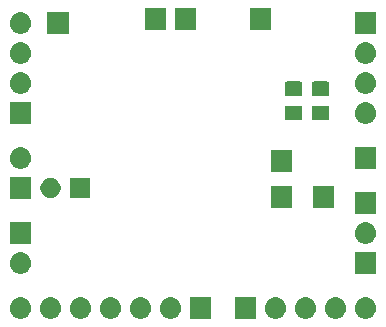
<source format=gbs>
G04 #@! TF.GenerationSoftware,KiCad,Pcbnew,5.0.2+dfsg1-1*
G04 #@! TF.CreationDate,2019-11-26T12:32:40+03:00*
G04 #@! TF.ProjectId,clmt,636c6d74-2e6b-4696-9361-645f70636258,rev?*
G04 #@! TF.SameCoordinates,Original*
G04 #@! TF.FileFunction,Soldermask,Bot*
G04 #@! TF.FilePolarity,Negative*
%FSLAX46Y46*%
G04 Gerber Fmt 4.6, Leading zero omitted, Abs format (unit mm)*
G04 Created by KiCad (PCBNEW 5.0.2+dfsg1-1) date Вт 26 ноя 2019 12:32:40*
%MOMM*%
%LPD*%
G01*
G04 APERTURE LIST*
%ADD10C,0.100000*%
G04 APERTURE END LIST*
D10*
G36*
X111870442Y-60065518D02*
X111936627Y-60072037D01*
X112049853Y-60106384D01*
X112106467Y-60123557D01*
X112245087Y-60197652D01*
X112262991Y-60207222D01*
X112298729Y-60236552D01*
X112400186Y-60319814D01*
X112483448Y-60421271D01*
X112512778Y-60457009D01*
X112512779Y-60457011D01*
X112596443Y-60613533D01*
X112596443Y-60613534D01*
X112647963Y-60783373D01*
X112665359Y-60960000D01*
X112647963Y-61136627D01*
X112613616Y-61249853D01*
X112596443Y-61306467D01*
X112522348Y-61445087D01*
X112512778Y-61462991D01*
X112483448Y-61498729D01*
X112400186Y-61600186D01*
X112298729Y-61683448D01*
X112262991Y-61712778D01*
X112262989Y-61712779D01*
X112106467Y-61796443D01*
X112049853Y-61813616D01*
X111936627Y-61847963D01*
X111870443Y-61854481D01*
X111804260Y-61861000D01*
X111715740Y-61861000D01*
X111649557Y-61854481D01*
X111583373Y-61847963D01*
X111470147Y-61813616D01*
X111413533Y-61796443D01*
X111257011Y-61712779D01*
X111257009Y-61712778D01*
X111221271Y-61683448D01*
X111119814Y-61600186D01*
X111036552Y-61498729D01*
X111007222Y-61462991D01*
X110997652Y-61445087D01*
X110923557Y-61306467D01*
X110906384Y-61249853D01*
X110872037Y-61136627D01*
X110854641Y-60960000D01*
X110872037Y-60783373D01*
X110923557Y-60613534D01*
X110923557Y-60613533D01*
X111007221Y-60457011D01*
X111007222Y-60457009D01*
X111036552Y-60421271D01*
X111119814Y-60319814D01*
X111221271Y-60236552D01*
X111257009Y-60207222D01*
X111274913Y-60197652D01*
X111413533Y-60123557D01*
X111470147Y-60106384D01*
X111583373Y-60072037D01*
X111649558Y-60065518D01*
X111715740Y-60059000D01*
X111804260Y-60059000D01*
X111870442Y-60065518D01*
X111870442Y-60065518D01*
G37*
G36*
X136000442Y-60065518D02*
X136066627Y-60072037D01*
X136179853Y-60106384D01*
X136236467Y-60123557D01*
X136375087Y-60197652D01*
X136392991Y-60207222D01*
X136428729Y-60236552D01*
X136530186Y-60319814D01*
X136613448Y-60421271D01*
X136642778Y-60457009D01*
X136642779Y-60457011D01*
X136726443Y-60613533D01*
X136726443Y-60613534D01*
X136777963Y-60783373D01*
X136795359Y-60960000D01*
X136777963Y-61136627D01*
X136743616Y-61249853D01*
X136726443Y-61306467D01*
X136652348Y-61445087D01*
X136642778Y-61462991D01*
X136613448Y-61498729D01*
X136530186Y-61600186D01*
X136428729Y-61683448D01*
X136392991Y-61712778D01*
X136392989Y-61712779D01*
X136236467Y-61796443D01*
X136179853Y-61813616D01*
X136066627Y-61847963D01*
X136000443Y-61854481D01*
X135934260Y-61861000D01*
X135845740Y-61861000D01*
X135779557Y-61854481D01*
X135713373Y-61847963D01*
X135600147Y-61813616D01*
X135543533Y-61796443D01*
X135387011Y-61712779D01*
X135387009Y-61712778D01*
X135351271Y-61683448D01*
X135249814Y-61600186D01*
X135166552Y-61498729D01*
X135137222Y-61462991D01*
X135127652Y-61445087D01*
X135053557Y-61306467D01*
X135036384Y-61249853D01*
X135002037Y-61136627D01*
X134984641Y-60960000D01*
X135002037Y-60783373D01*
X135053557Y-60613534D01*
X135053557Y-60613533D01*
X135137221Y-60457011D01*
X135137222Y-60457009D01*
X135166552Y-60421271D01*
X135249814Y-60319814D01*
X135351271Y-60236552D01*
X135387009Y-60207222D01*
X135404913Y-60197652D01*
X135543533Y-60123557D01*
X135600147Y-60106384D01*
X135713373Y-60072037D01*
X135779558Y-60065518D01*
X135845740Y-60059000D01*
X135934260Y-60059000D01*
X136000442Y-60065518D01*
X136000442Y-60065518D01*
G37*
G36*
X109330442Y-60065518D02*
X109396627Y-60072037D01*
X109509853Y-60106384D01*
X109566467Y-60123557D01*
X109705087Y-60197652D01*
X109722991Y-60207222D01*
X109758729Y-60236552D01*
X109860186Y-60319814D01*
X109943448Y-60421271D01*
X109972778Y-60457009D01*
X109972779Y-60457011D01*
X110056443Y-60613533D01*
X110056443Y-60613534D01*
X110107963Y-60783373D01*
X110125359Y-60960000D01*
X110107963Y-61136627D01*
X110073616Y-61249853D01*
X110056443Y-61306467D01*
X109982348Y-61445087D01*
X109972778Y-61462991D01*
X109943448Y-61498729D01*
X109860186Y-61600186D01*
X109758729Y-61683448D01*
X109722991Y-61712778D01*
X109722989Y-61712779D01*
X109566467Y-61796443D01*
X109509853Y-61813616D01*
X109396627Y-61847963D01*
X109330443Y-61854481D01*
X109264260Y-61861000D01*
X109175740Y-61861000D01*
X109109557Y-61854481D01*
X109043373Y-61847963D01*
X108930147Y-61813616D01*
X108873533Y-61796443D01*
X108717011Y-61712779D01*
X108717009Y-61712778D01*
X108681271Y-61683448D01*
X108579814Y-61600186D01*
X108496552Y-61498729D01*
X108467222Y-61462991D01*
X108457652Y-61445087D01*
X108383557Y-61306467D01*
X108366384Y-61249853D01*
X108332037Y-61136627D01*
X108314641Y-60960000D01*
X108332037Y-60783373D01*
X108383557Y-60613534D01*
X108383557Y-60613533D01*
X108467221Y-60457011D01*
X108467222Y-60457009D01*
X108496552Y-60421271D01*
X108579814Y-60319814D01*
X108681271Y-60236552D01*
X108717009Y-60207222D01*
X108734913Y-60197652D01*
X108873533Y-60123557D01*
X108930147Y-60106384D01*
X109043373Y-60072037D01*
X109109558Y-60065518D01*
X109175740Y-60059000D01*
X109264260Y-60059000D01*
X109330442Y-60065518D01*
X109330442Y-60065518D01*
G37*
G36*
X114410442Y-60065518D02*
X114476627Y-60072037D01*
X114589853Y-60106384D01*
X114646467Y-60123557D01*
X114785087Y-60197652D01*
X114802991Y-60207222D01*
X114838729Y-60236552D01*
X114940186Y-60319814D01*
X115023448Y-60421271D01*
X115052778Y-60457009D01*
X115052779Y-60457011D01*
X115136443Y-60613533D01*
X115136443Y-60613534D01*
X115187963Y-60783373D01*
X115205359Y-60960000D01*
X115187963Y-61136627D01*
X115153616Y-61249853D01*
X115136443Y-61306467D01*
X115062348Y-61445087D01*
X115052778Y-61462991D01*
X115023448Y-61498729D01*
X114940186Y-61600186D01*
X114838729Y-61683448D01*
X114802991Y-61712778D01*
X114802989Y-61712779D01*
X114646467Y-61796443D01*
X114589853Y-61813616D01*
X114476627Y-61847963D01*
X114410443Y-61854481D01*
X114344260Y-61861000D01*
X114255740Y-61861000D01*
X114189557Y-61854481D01*
X114123373Y-61847963D01*
X114010147Y-61813616D01*
X113953533Y-61796443D01*
X113797011Y-61712779D01*
X113797009Y-61712778D01*
X113761271Y-61683448D01*
X113659814Y-61600186D01*
X113576552Y-61498729D01*
X113547222Y-61462991D01*
X113537652Y-61445087D01*
X113463557Y-61306467D01*
X113446384Y-61249853D01*
X113412037Y-61136627D01*
X113394641Y-60960000D01*
X113412037Y-60783373D01*
X113463557Y-60613534D01*
X113463557Y-60613533D01*
X113547221Y-60457011D01*
X113547222Y-60457009D01*
X113576552Y-60421271D01*
X113659814Y-60319814D01*
X113761271Y-60236552D01*
X113797009Y-60207222D01*
X113814913Y-60197652D01*
X113953533Y-60123557D01*
X114010147Y-60106384D01*
X114123373Y-60072037D01*
X114189558Y-60065518D01*
X114255740Y-60059000D01*
X114344260Y-60059000D01*
X114410442Y-60065518D01*
X114410442Y-60065518D01*
G37*
G36*
X116950442Y-60065518D02*
X117016627Y-60072037D01*
X117129853Y-60106384D01*
X117186467Y-60123557D01*
X117325087Y-60197652D01*
X117342991Y-60207222D01*
X117378729Y-60236552D01*
X117480186Y-60319814D01*
X117563448Y-60421271D01*
X117592778Y-60457009D01*
X117592779Y-60457011D01*
X117676443Y-60613533D01*
X117676443Y-60613534D01*
X117727963Y-60783373D01*
X117745359Y-60960000D01*
X117727963Y-61136627D01*
X117693616Y-61249853D01*
X117676443Y-61306467D01*
X117602348Y-61445087D01*
X117592778Y-61462991D01*
X117563448Y-61498729D01*
X117480186Y-61600186D01*
X117378729Y-61683448D01*
X117342991Y-61712778D01*
X117342989Y-61712779D01*
X117186467Y-61796443D01*
X117129853Y-61813616D01*
X117016627Y-61847963D01*
X116950443Y-61854481D01*
X116884260Y-61861000D01*
X116795740Y-61861000D01*
X116729557Y-61854481D01*
X116663373Y-61847963D01*
X116550147Y-61813616D01*
X116493533Y-61796443D01*
X116337011Y-61712779D01*
X116337009Y-61712778D01*
X116301271Y-61683448D01*
X116199814Y-61600186D01*
X116116552Y-61498729D01*
X116087222Y-61462991D01*
X116077652Y-61445087D01*
X116003557Y-61306467D01*
X115986384Y-61249853D01*
X115952037Y-61136627D01*
X115934641Y-60960000D01*
X115952037Y-60783373D01*
X116003557Y-60613534D01*
X116003557Y-60613533D01*
X116087221Y-60457011D01*
X116087222Y-60457009D01*
X116116552Y-60421271D01*
X116199814Y-60319814D01*
X116301271Y-60236552D01*
X116337009Y-60207222D01*
X116354913Y-60197652D01*
X116493533Y-60123557D01*
X116550147Y-60106384D01*
X116663373Y-60072037D01*
X116729558Y-60065518D01*
X116795740Y-60059000D01*
X116884260Y-60059000D01*
X116950442Y-60065518D01*
X116950442Y-60065518D01*
G37*
G36*
X119490442Y-60065518D02*
X119556627Y-60072037D01*
X119669853Y-60106384D01*
X119726467Y-60123557D01*
X119865087Y-60197652D01*
X119882991Y-60207222D01*
X119918729Y-60236552D01*
X120020186Y-60319814D01*
X120103448Y-60421271D01*
X120132778Y-60457009D01*
X120132779Y-60457011D01*
X120216443Y-60613533D01*
X120216443Y-60613534D01*
X120267963Y-60783373D01*
X120285359Y-60960000D01*
X120267963Y-61136627D01*
X120233616Y-61249853D01*
X120216443Y-61306467D01*
X120142348Y-61445087D01*
X120132778Y-61462991D01*
X120103448Y-61498729D01*
X120020186Y-61600186D01*
X119918729Y-61683448D01*
X119882991Y-61712778D01*
X119882989Y-61712779D01*
X119726467Y-61796443D01*
X119669853Y-61813616D01*
X119556627Y-61847963D01*
X119490443Y-61854481D01*
X119424260Y-61861000D01*
X119335740Y-61861000D01*
X119269557Y-61854481D01*
X119203373Y-61847963D01*
X119090147Y-61813616D01*
X119033533Y-61796443D01*
X118877011Y-61712779D01*
X118877009Y-61712778D01*
X118841271Y-61683448D01*
X118739814Y-61600186D01*
X118656552Y-61498729D01*
X118627222Y-61462991D01*
X118617652Y-61445087D01*
X118543557Y-61306467D01*
X118526384Y-61249853D01*
X118492037Y-61136627D01*
X118474641Y-60960000D01*
X118492037Y-60783373D01*
X118543557Y-60613534D01*
X118543557Y-60613533D01*
X118627221Y-60457011D01*
X118627222Y-60457009D01*
X118656552Y-60421271D01*
X118739814Y-60319814D01*
X118841271Y-60236552D01*
X118877009Y-60207222D01*
X118894913Y-60197652D01*
X119033533Y-60123557D01*
X119090147Y-60106384D01*
X119203373Y-60072037D01*
X119269558Y-60065518D01*
X119335740Y-60059000D01*
X119424260Y-60059000D01*
X119490442Y-60065518D01*
X119490442Y-60065518D01*
G37*
G36*
X122030442Y-60065518D02*
X122096627Y-60072037D01*
X122209853Y-60106384D01*
X122266467Y-60123557D01*
X122405087Y-60197652D01*
X122422991Y-60207222D01*
X122458729Y-60236552D01*
X122560186Y-60319814D01*
X122643448Y-60421271D01*
X122672778Y-60457009D01*
X122672779Y-60457011D01*
X122756443Y-60613533D01*
X122756443Y-60613534D01*
X122807963Y-60783373D01*
X122825359Y-60960000D01*
X122807963Y-61136627D01*
X122773616Y-61249853D01*
X122756443Y-61306467D01*
X122682348Y-61445087D01*
X122672778Y-61462991D01*
X122643448Y-61498729D01*
X122560186Y-61600186D01*
X122458729Y-61683448D01*
X122422991Y-61712778D01*
X122422989Y-61712779D01*
X122266467Y-61796443D01*
X122209853Y-61813616D01*
X122096627Y-61847963D01*
X122030443Y-61854481D01*
X121964260Y-61861000D01*
X121875740Y-61861000D01*
X121809557Y-61854481D01*
X121743373Y-61847963D01*
X121630147Y-61813616D01*
X121573533Y-61796443D01*
X121417011Y-61712779D01*
X121417009Y-61712778D01*
X121381271Y-61683448D01*
X121279814Y-61600186D01*
X121196552Y-61498729D01*
X121167222Y-61462991D01*
X121157652Y-61445087D01*
X121083557Y-61306467D01*
X121066384Y-61249853D01*
X121032037Y-61136627D01*
X121014641Y-60960000D01*
X121032037Y-60783373D01*
X121083557Y-60613534D01*
X121083557Y-60613533D01*
X121167221Y-60457011D01*
X121167222Y-60457009D01*
X121196552Y-60421271D01*
X121279814Y-60319814D01*
X121381271Y-60236552D01*
X121417009Y-60207222D01*
X121434913Y-60197652D01*
X121573533Y-60123557D01*
X121630147Y-60106384D01*
X121743373Y-60072037D01*
X121809558Y-60065518D01*
X121875740Y-60059000D01*
X121964260Y-60059000D01*
X122030442Y-60065518D01*
X122030442Y-60065518D01*
G37*
G36*
X125361000Y-61861000D02*
X123559000Y-61861000D01*
X123559000Y-60059000D01*
X125361000Y-60059000D01*
X125361000Y-61861000D01*
X125361000Y-61861000D01*
G37*
G36*
X133460442Y-60065518D02*
X133526627Y-60072037D01*
X133639853Y-60106384D01*
X133696467Y-60123557D01*
X133835087Y-60197652D01*
X133852991Y-60207222D01*
X133888729Y-60236552D01*
X133990186Y-60319814D01*
X134073448Y-60421271D01*
X134102778Y-60457009D01*
X134102779Y-60457011D01*
X134186443Y-60613533D01*
X134186443Y-60613534D01*
X134237963Y-60783373D01*
X134255359Y-60960000D01*
X134237963Y-61136627D01*
X134203616Y-61249853D01*
X134186443Y-61306467D01*
X134112348Y-61445087D01*
X134102778Y-61462991D01*
X134073448Y-61498729D01*
X133990186Y-61600186D01*
X133888729Y-61683448D01*
X133852991Y-61712778D01*
X133852989Y-61712779D01*
X133696467Y-61796443D01*
X133639853Y-61813616D01*
X133526627Y-61847963D01*
X133460443Y-61854481D01*
X133394260Y-61861000D01*
X133305740Y-61861000D01*
X133239557Y-61854481D01*
X133173373Y-61847963D01*
X133060147Y-61813616D01*
X133003533Y-61796443D01*
X132847011Y-61712779D01*
X132847009Y-61712778D01*
X132811271Y-61683448D01*
X132709814Y-61600186D01*
X132626552Y-61498729D01*
X132597222Y-61462991D01*
X132587652Y-61445087D01*
X132513557Y-61306467D01*
X132496384Y-61249853D01*
X132462037Y-61136627D01*
X132444641Y-60960000D01*
X132462037Y-60783373D01*
X132513557Y-60613534D01*
X132513557Y-60613533D01*
X132597221Y-60457011D01*
X132597222Y-60457009D01*
X132626552Y-60421271D01*
X132709814Y-60319814D01*
X132811271Y-60236552D01*
X132847009Y-60207222D01*
X132864913Y-60197652D01*
X133003533Y-60123557D01*
X133060147Y-60106384D01*
X133173373Y-60072037D01*
X133239558Y-60065518D01*
X133305740Y-60059000D01*
X133394260Y-60059000D01*
X133460442Y-60065518D01*
X133460442Y-60065518D01*
G37*
G36*
X130920442Y-60065518D02*
X130986627Y-60072037D01*
X131099853Y-60106384D01*
X131156467Y-60123557D01*
X131295087Y-60197652D01*
X131312991Y-60207222D01*
X131348729Y-60236552D01*
X131450186Y-60319814D01*
X131533448Y-60421271D01*
X131562778Y-60457009D01*
X131562779Y-60457011D01*
X131646443Y-60613533D01*
X131646443Y-60613534D01*
X131697963Y-60783373D01*
X131715359Y-60960000D01*
X131697963Y-61136627D01*
X131663616Y-61249853D01*
X131646443Y-61306467D01*
X131572348Y-61445087D01*
X131562778Y-61462991D01*
X131533448Y-61498729D01*
X131450186Y-61600186D01*
X131348729Y-61683448D01*
X131312991Y-61712778D01*
X131312989Y-61712779D01*
X131156467Y-61796443D01*
X131099853Y-61813616D01*
X130986627Y-61847963D01*
X130920443Y-61854481D01*
X130854260Y-61861000D01*
X130765740Y-61861000D01*
X130699557Y-61854481D01*
X130633373Y-61847963D01*
X130520147Y-61813616D01*
X130463533Y-61796443D01*
X130307011Y-61712779D01*
X130307009Y-61712778D01*
X130271271Y-61683448D01*
X130169814Y-61600186D01*
X130086552Y-61498729D01*
X130057222Y-61462991D01*
X130047652Y-61445087D01*
X129973557Y-61306467D01*
X129956384Y-61249853D01*
X129922037Y-61136627D01*
X129904641Y-60960000D01*
X129922037Y-60783373D01*
X129973557Y-60613534D01*
X129973557Y-60613533D01*
X130057221Y-60457011D01*
X130057222Y-60457009D01*
X130086552Y-60421271D01*
X130169814Y-60319814D01*
X130271271Y-60236552D01*
X130307009Y-60207222D01*
X130324913Y-60197652D01*
X130463533Y-60123557D01*
X130520147Y-60106384D01*
X130633373Y-60072037D01*
X130699558Y-60065518D01*
X130765740Y-60059000D01*
X130854260Y-60059000D01*
X130920442Y-60065518D01*
X130920442Y-60065518D01*
G37*
G36*
X129171000Y-61861000D02*
X127369000Y-61861000D01*
X127369000Y-60059000D01*
X129171000Y-60059000D01*
X129171000Y-61861000D01*
X129171000Y-61861000D01*
G37*
G36*
X138540442Y-60065518D02*
X138606627Y-60072037D01*
X138719853Y-60106384D01*
X138776467Y-60123557D01*
X138915087Y-60197652D01*
X138932991Y-60207222D01*
X138968729Y-60236552D01*
X139070186Y-60319814D01*
X139153448Y-60421271D01*
X139182778Y-60457009D01*
X139182779Y-60457011D01*
X139266443Y-60613533D01*
X139266443Y-60613534D01*
X139317963Y-60783373D01*
X139335359Y-60960000D01*
X139317963Y-61136627D01*
X139283616Y-61249853D01*
X139266443Y-61306467D01*
X139192348Y-61445087D01*
X139182778Y-61462991D01*
X139153448Y-61498729D01*
X139070186Y-61600186D01*
X138968729Y-61683448D01*
X138932991Y-61712778D01*
X138932989Y-61712779D01*
X138776467Y-61796443D01*
X138719853Y-61813616D01*
X138606627Y-61847963D01*
X138540443Y-61854481D01*
X138474260Y-61861000D01*
X138385740Y-61861000D01*
X138319557Y-61854481D01*
X138253373Y-61847963D01*
X138140147Y-61813616D01*
X138083533Y-61796443D01*
X137927011Y-61712779D01*
X137927009Y-61712778D01*
X137891271Y-61683448D01*
X137789814Y-61600186D01*
X137706552Y-61498729D01*
X137677222Y-61462991D01*
X137667652Y-61445087D01*
X137593557Y-61306467D01*
X137576384Y-61249853D01*
X137542037Y-61136627D01*
X137524641Y-60960000D01*
X137542037Y-60783373D01*
X137593557Y-60613534D01*
X137593557Y-60613533D01*
X137677221Y-60457011D01*
X137677222Y-60457009D01*
X137706552Y-60421271D01*
X137789814Y-60319814D01*
X137891271Y-60236552D01*
X137927009Y-60207222D01*
X137944913Y-60197652D01*
X138083533Y-60123557D01*
X138140147Y-60106384D01*
X138253373Y-60072037D01*
X138319558Y-60065518D01*
X138385740Y-60059000D01*
X138474260Y-60059000D01*
X138540442Y-60065518D01*
X138540442Y-60065518D01*
G37*
G36*
X109330443Y-56255519D02*
X109396627Y-56262037D01*
X109509853Y-56296384D01*
X109566467Y-56313557D01*
X109705087Y-56387652D01*
X109722991Y-56397222D01*
X109758729Y-56426552D01*
X109860186Y-56509814D01*
X109943448Y-56611271D01*
X109972778Y-56647009D01*
X109972779Y-56647011D01*
X110056443Y-56803533D01*
X110056443Y-56803534D01*
X110107963Y-56973373D01*
X110125359Y-57150000D01*
X110107963Y-57326627D01*
X110073616Y-57439853D01*
X110056443Y-57496467D01*
X109982348Y-57635087D01*
X109972778Y-57652991D01*
X109943448Y-57688729D01*
X109860186Y-57790186D01*
X109758729Y-57873448D01*
X109722991Y-57902778D01*
X109722989Y-57902779D01*
X109566467Y-57986443D01*
X109509853Y-58003616D01*
X109396627Y-58037963D01*
X109330442Y-58044482D01*
X109264260Y-58051000D01*
X109175740Y-58051000D01*
X109109558Y-58044482D01*
X109043373Y-58037963D01*
X108930147Y-58003616D01*
X108873533Y-57986443D01*
X108717011Y-57902779D01*
X108717009Y-57902778D01*
X108681271Y-57873448D01*
X108579814Y-57790186D01*
X108496552Y-57688729D01*
X108467222Y-57652991D01*
X108457652Y-57635087D01*
X108383557Y-57496467D01*
X108366384Y-57439853D01*
X108332037Y-57326627D01*
X108314641Y-57150000D01*
X108332037Y-56973373D01*
X108383557Y-56803534D01*
X108383557Y-56803533D01*
X108467221Y-56647011D01*
X108467222Y-56647009D01*
X108496552Y-56611271D01*
X108579814Y-56509814D01*
X108681271Y-56426552D01*
X108717009Y-56397222D01*
X108734913Y-56387652D01*
X108873533Y-56313557D01*
X108930147Y-56296384D01*
X109043373Y-56262037D01*
X109109557Y-56255519D01*
X109175740Y-56249000D01*
X109264260Y-56249000D01*
X109330443Y-56255519D01*
X109330443Y-56255519D01*
G37*
G36*
X139331000Y-58051000D02*
X137529000Y-58051000D01*
X137529000Y-56249000D01*
X139331000Y-56249000D01*
X139331000Y-58051000D01*
X139331000Y-58051000D01*
G37*
G36*
X110121000Y-55511000D02*
X108319000Y-55511000D01*
X108319000Y-53709000D01*
X110121000Y-53709000D01*
X110121000Y-55511000D01*
X110121000Y-55511000D01*
G37*
G36*
X138540442Y-53715518D02*
X138606627Y-53722037D01*
X138719853Y-53756384D01*
X138776467Y-53773557D01*
X138915087Y-53847652D01*
X138932991Y-53857222D01*
X138968729Y-53886552D01*
X139070186Y-53969814D01*
X139153448Y-54071271D01*
X139182778Y-54107009D01*
X139182779Y-54107011D01*
X139266443Y-54263533D01*
X139266443Y-54263534D01*
X139317963Y-54433373D01*
X139335359Y-54610000D01*
X139317963Y-54786627D01*
X139283616Y-54899853D01*
X139266443Y-54956467D01*
X139192348Y-55095087D01*
X139182778Y-55112991D01*
X139153448Y-55148729D01*
X139070186Y-55250186D01*
X138968729Y-55333448D01*
X138932991Y-55362778D01*
X138932989Y-55362779D01*
X138776467Y-55446443D01*
X138719853Y-55463616D01*
X138606627Y-55497963D01*
X138540442Y-55504482D01*
X138474260Y-55511000D01*
X138385740Y-55511000D01*
X138319558Y-55504482D01*
X138253373Y-55497963D01*
X138140147Y-55463616D01*
X138083533Y-55446443D01*
X137927011Y-55362779D01*
X137927009Y-55362778D01*
X137891271Y-55333448D01*
X137789814Y-55250186D01*
X137706552Y-55148729D01*
X137677222Y-55112991D01*
X137667652Y-55095087D01*
X137593557Y-54956467D01*
X137576384Y-54899853D01*
X137542037Y-54786627D01*
X137524641Y-54610000D01*
X137542037Y-54433373D01*
X137593557Y-54263534D01*
X137593557Y-54263533D01*
X137677221Y-54107011D01*
X137677222Y-54107009D01*
X137706552Y-54071271D01*
X137789814Y-53969814D01*
X137891271Y-53886552D01*
X137927009Y-53857222D01*
X137944913Y-53847652D01*
X138083533Y-53773557D01*
X138140147Y-53756384D01*
X138253373Y-53722037D01*
X138319558Y-53715518D01*
X138385740Y-53709000D01*
X138474260Y-53709000D01*
X138540442Y-53715518D01*
X138540442Y-53715518D01*
G37*
G36*
X139331000Y-52971000D02*
X137529000Y-52971000D01*
X137529000Y-51169000D01*
X139331000Y-51169000D01*
X139331000Y-52971000D01*
X139331000Y-52971000D01*
G37*
G36*
X132219000Y-52463000D02*
X130417000Y-52463000D01*
X130417000Y-50661000D01*
X132219000Y-50661000D01*
X132219000Y-52463000D01*
X132219000Y-52463000D01*
G37*
G36*
X135775000Y-52463000D02*
X133973000Y-52463000D01*
X133973000Y-50661000D01*
X135775000Y-50661000D01*
X135775000Y-52463000D01*
X135775000Y-52463000D01*
G37*
G36*
X110121000Y-51701000D02*
X108319000Y-51701000D01*
X108319000Y-49899000D01*
X110121000Y-49899000D01*
X110121000Y-51701000D01*
X110121000Y-51701000D01*
G37*
G36*
X115111000Y-51651000D02*
X113409000Y-51651000D01*
X113409000Y-49949000D01*
X115111000Y-49949000D01*
X115111000Y-51651000D01*
X115111000Y-51651000D01*
G37*
G36*
X112008228Y-49981703D02*
X112163100Y-50045853D01*
X112302481Y-50138985D01*
X112421015Y-50257519D01*
X112514147Y-50396900D01*
X112578297Y-50551772D01*
X112611000Y-50716184D01*
X112611000Y-50883816D01*
X112578297Y-51048228D01*
X112514147Y-51203100D01*
X112421015Y-51342481D01*
X112302481Y-51461015D01*
X112163100Y-51554147D01*
X112008228Y-51618297D01*
X111843816Y-51651000D01*
X111676184Y-51651000D01*
X111511772Y-51618297D01*
X111356900Y-51554147D01*
X111217519Y-51461015D01*
X111098985Y-51342481D01*
X111005853Y-51203100D01*
X110941703Y-51048228D01*
X110909000Y-50883816D01*
X110909000Y-50716184D01*
X110941703Y-50551772D01*
X111005853Y-50396900D01*
X111098985Y-50257519D01*
X111217519Y-50138985D01*
X111356900Y-50045853D01*
X111511772Y-49981703D01*
X111676184Y-49949000D01*
X111843816Y-49949000D01*
X112008228Y-49981703D01*
X112008228Y-49981703D01*
G37*
G36*
X132219000Y-49415000D02*
X130417000Y-49415000D01*
X130417000Y-47613000D01*
X132219000Y-47613000D01*
X132219000Y-49415000D01*
X132219000Y-49415000D01*
G37*
G36*
X139331000Y-49161000D02*
X137529000Y-49161000D01*
X137529000Y-47359000D01*
X139331000Y-47359000D01*
X139331000Y-49161000D01*
X139331000Y-49161000D01*
G37*
G36*
X109330443Y-47365519D02*
X109396627Y-47372037D01*
X109509853Y-47406384D01*
X109566467Y-47423557D01*
X109705087Y-47497652D01*
X109722991Y-47507222D01*
X109758729Y-47536552D01*
X109860186Y-47619814D01*
X109943448Y-47721271D01*
X109972778Y-47757009D01*
X109972779Y-47757011D01*
X110056443Y-47913533D01*
X110056443Y-47913534D01*
X110107963Y-48083373D01*
X110125359Y-48260000D01*
X110107963Y-48436627D01*
X110073616Y-48549853D01*
X110056443Y-48606467D01*
X109982348Y-48745087D01*
X109972778Y-48762991D01*
X109943448Y-48798729D01*
X109860186Y-48900186D01*
X109758729Y-48983448D01*
X109722991Y-49012778D01*
X109722989Y-49012779D01*
X109566467Y-49096443D01*
X109509853Y-49113616D01*
X109396627Y-49147963D01*
X109330443Y-49154481D01*
X109264260Y-49161000D01*
X109175740Y-49161000D01*
X109109557Y-49154481D01*
X109043373Y-49147963D01*
X108930147Y-49113616D01*
X108873533Y-49096443D01*
X108717011Y-49012779D01*
X108717009Y-49012778D01*
X108681271Y-48983448D01*
X108579814Y-48900186D01*
X108496552Y-48798729D01*
X108467222Y-48762991D01*
X108457652Y-48745087D01*
X108383557Y-48606467D01*
X108366384Y-48549853D01*
X108332037Y-48436627D01*
X108314641Y-48260000D01*
X108332037Y-48083373D01*
X108383557Y-47913534D01*
X108383557Y-47913533D01*
X108467221Y-47757011D01*
X108467222Y-47757009D01*
X108496552Y-47721271D01*
X108579814Y-47619814D01*
X108681271Y-47536552D01*
X108717009Y-47507222D01*
X108734913Y-47497652D01*
X108873533Y-47423557D01*
X108930147Y-47406384D01*
X109043373Y-47372037D01*
X109109557Y-47365519D01*
X109175740Y-47359000D01*
X109264260Y-47359000D01*
X109330443Y-47365519D01*
X109330443Y-47365519D01*
G37*
G36*
X138540443Y-43555519D02*
X138606627Y-43562037D01*
X138719853Y-43596384D01*
X138776467Y-43613557D01*
X138915087Y-43687652D01*
X138932991Y-43697222D01*
X138968729Y-43726552D01*
X139070186Y-43809814D01*
X139130618Y-43883452D01*
X139182778Y-43947009D01*
X139182779Y-43947011D01*
X139266443Y-44103533D01*
X139266443Y-44103534D01*
X139317963Y-44273373D01*
X139335359Y-44450000D01*
X139317963Y-44626627D01*
X139283616Y-44739853D01*
X139266443Y-44796467D01*
X139203792Y-44913677D01*
X139182778Y-44952991D01*
X139155603Y-44986103D01*
X139070186Y-45090186D01*
X138968729Y-45173448D01*
X138932991Y-45202778D01*
X138932989Y-45202779D01*
X138776467Y-45286443D01*
X138719853Y-45303616D01*
X138606627Y-45337963D01*
X138540442Y-45344482D01*
X138474260Y-45351000D01*
X138385740Y-45351000D01*
X138319558Y-45344482D01*
X138253373Y-45337963D01*
X138140147Y-45303616D01*
X138083533Y-45286443D01*
X137927011Y-45202779D01*
X137927009Y-45202778D01*
X137891271Y-45173448D01*
X137789814Y-45090186D01*
X137704397Y-44986103D01*
X137677222Y-44952991D01*
X137656208Y-44913677D01*
X137593557Y-44796467D01*
X137576384Y-44739853D01*
X137542037Y-44626627D01*
X137524641Y-44450000D01*
X137542037Y-44273373D01*
X137593557Y-44103534D01*
X137593557Y-44103533D01*
X137677221Y-43947011D01*
X137677222Y-43947009D01*
X137729382Y-43883452D01*
X137789814Y-43809814D01*
X137891271Y-43726552D01*
X137927009Y-43697222D01*
X137944913Y-43687652D01*
X138083533Y-43613557D01*
X138140147Y-43596384D01*
X138253373Y-43562037D01*
X138319558Y-43555518D01*
X138385740Y-43549000D01*
X138474260Y-43549000D01*
X138540443Y-43555519D01*
X138540443Y-43555519D01*
G37*
G36*
X110121000Y-45351000D02*
X108319000Y-45351000D01*
X108319000Y-43549000D01*
X110121000Y-43549000D01*
X110121000Y-45351000D01*
X110121000Y-45351000D01*
G37*
G36*
X135208677Y-43828465D02*
X135246364Y-43839898D01*
X135281103Y-43858466D01*
X135311548Y-43883452D01*
X135336534Y-43913897D01*
X135355102Y-43948636D01*
X135366535Y-43986323D01*
X135371000Y-44031661D01*
X135371000Y-44868339D01*
X135366535Y-44913677D01*
X135355102Y-44951364D01*
X135336534Y-44986103D01*
X135311548Y-45016548D01*
X135281103Y-45041534D01*
X135246364Y-45060102D01*
X135208677Y-45071535D01*
X135163339Y-45076000D01*
X134076661Y-45076000D01*
X134031323Y-45071535D01*
X133993636Y-45060102D01*
X133958897Y-45041534D01*
X133928452Y-45016548D01*
X133903466Y-44986103D01*
X133884898Y-44951364D01*
X133873465Y-44913677D01*
X133869000Y-44868339D01*
X133869000Y-44031661D01*
X133873465Y-43986323D01*
X133884898Y-43948636D01*
X133903466Y-43913897D01*
X133928452Y-43883452D01*
X133958897Y-43858466D01*
X133993636Y-43839898D01*
X134031323Y-43828465D01*
X134076661Y-43824000D01*
X135163339Y-43824000D01*
X135208677Y-43828465D01*
X135208677Y-43828465D01*
G37*
G36*
X132922677Y-43828465D02*
X132960364Y-43839898D01*
X132995103Y-43858466D01*
X133025548Y-43883452D01*
X133050534Y-43913897D01*
X133069102Y-43948636D01*
X133080535Y-43986323D01*
X133085000Y-44031661D01*
X133085000Y-44868339D01*
X133080535Y-44913677D01*
X133069102Y-44951364D01*
X133050534Y-44986103D01*
X133025548Y-45016548D01*
X132995103Y-45041534D01*
X132960364Y-45060102D01*
X132922677Y-45071535D01*
X132877339Y-45076000D01*
X131790661Y-45076000D01*
X131745323Y-45071535D01*
X131707636Y-45060102D01*
X131672897Y-45041534D01*
X131642452Y-45016548D01*
X131617466Y-44986103D01*
X131598898Y-44951364D01*
X131587465Y-44913677D01*
X131583000Y-44868339D01*
X131583000Y-44031661D01*
X131587465Y-43986323D01*
X131598898Y-43948636D01*
X131617466Y-43913897D01*
X131642452Y-43883452D01*
X131672897Y-43858466D01*
X131707636Y-43839898D01*
X131745323Y-43828465D01*
X131790661Y-43824000D01*
X132877339Y-43824000D01*
X132922677Y-43828465D01*
X132922677Y-43828465D01*
G37*
G36*
X135208677Y-41778465D02*
X135246364Y-41789898D01*
X135281103Y-41808466D01*
X135311548Y-41833452D01*
X135336534Y-41863897D01*
X135355102Y-41898636D01*
X135366535Y-41936323D01*
X135371000Y-41981661D01*
X135371000Y-42818339D01*
X135366535Y-42863677D01*
X135355102Y-42901364D01*
X135336534Y-42936103D01*
X135311548Y-42966548D01*
X135281103Y-42991534D01*
X135246364Y-43010102D01*
X135208677Y-43021535D01*
X135163339Y-43026000D01*
X134076661Y-43026000D01*
X134031323Y-43021535D01*
X133993636Y-43010102D01*
X133958897Y-42991534D01*
X133928452Y-42966548D01*
X133903466Y-42936103D01*
X133884898Y-42901364D01*
X133873465Y-42863677D01*
X133869000Y-42818339D01*
X133869000Y-41981661D01*
X133873465Y-41936323D01*
X133884898Y-41898636D01*
X133903466Y-41863897D01*
X133928452Y-41833452D01*
X133958897Y-41808466D01*
X133993636Y-41789898D01*
X134031323Y-41778465D01*
X134076661Y-41774000D01*
X135163339Y-41774000D01*
X135208677Y-41778465D01*
X135208677Y-41778465D01*
G37*
G36*
X132922677Y-41778465D02*
X132960364Y-41789898D01*
X132995103Y-41808466D01*
X133025548Y-41833452D01*
X133050534Y-41863897D01*
X133069102Y-41898636D01*
X133080535Y-41936323D01*
X133085000Y-41981661D01*
X133085000Y-42818339D01*
X133080535Y-42863677D01*
X133069102Y-42901364D01*
X133050534Y-42936103D01*
X133025548Y-42966548D01*
X132995103Y-42991534D01*
X132960364Y-43010102D01*
X132922677Y-43021535D01*
X132877339Y-43026000D01*
X131790661Y-43026000D01*
X131745323Y-43021535D01*
X131707636Y-43010102D01*
X131672897Y-42991534D01*
X131642452Y-42966548D01*
X131617466Y-42936103D01*
X131598898Y-42901364D01*
X131587465Y-42863677D01*
X131583000Y-42818339D01*
X131583000Y-41981661D01*
X131587465Y-41936323D01*
X131598898Y-41898636D01*
X131617466Y-41863897D01*
X131642452Y-41833452D01*
X131672897Y-41808466D01*
X131707636Y-41789898D01*
X131745323Y-41778465D01*
X131790661Y-41774000D01*
X132877339Y-41774000D01*
X132922677Y-41778465D01*
X132922677Y-41778465D01*
G37*
G36*
X109330442Y-41015518D02*
X109396627Y-41022037D01*
X109509853Y-41056384D01*
X109566467Y-41073557D01*
X109705087Y-41147652D01*
X109722991Y-41157222D01*
X109758729Y-41186552D01*
X109860186Y-41269814D01*
X109943448Y-41371271D01*
X109972778Y-41407009D01*
X109972779Y-41407011D01*
X110056443Y-41563533D01*
X110056443Y-41563534D01*
X110107963Y-41733373D01*
X110125359Y-41910000D01*
X110107963Y-42086627D01*
X110073616Y-42199853D01*
X110056443Y-42256467D01*
X109982348Y-42395087D01*
X109972778Y-42412991D01*
X109943448Y-42448729D01*
X109860186Y-42550186D01*
X109758729Y-42633448D01*
X109722991Y-42662778D01*
X109722989Y-42662779D01*
X109566467Y-42746443D01*
X109509853Y-42763616D01*
X109396627Y-42797963D01*
X109330442Y-42804482D01*
X109264260Y-42811000D01*
X109175740Y-42811000D01*
X109109557Y-42804481D01*
X109043373Y-42797963D01*
X108930147Y-42763616D01*
X108873533Y-42746443D01*
X108717011Y-42662779D01*
X108717009Y-42662778D01*
X108681271Y-42633448D01*
X108579814Y-42550186D01*
X108496552Y-42448729D01*
X108467222Y-42412991D01*
X108457652Y-42395087D01*
X108383557Y-42256467D01*
X108366384Y-42199853D01*
X108332037Y-42086627D01*
X108314641Y-41910000D01*
X108332037Y-41733373D01*
X108383557Y-41563534D01*
X108383557Y-41563533D01*
X108467221Y-41407011D01*
X108467222Y-41407009D01*
X108496552Y-41371271D01*
X108579814Y-41269814D01*
X108681271Y-41186552D01*
X108717009Y-41157222D01*
X108734913Y-41147652D01*
X108873533Y-41073557D01*
X108930147Y-41056384D01*
X109043373Y-41022037D01*
X109109558Y-41015518D01*
X109175740Y-41009000D01*
X109264260Y-41009000D01*
X109330442Y-41015518D01*
X109330442Y-41015518D01*
G37*
G36*
X138540442Y-41015518D02*
X138606627Y-41022037D01*
X138719853Y-41056384D01*
X138776467Y-41073557D01*
X138915087Y-41147652D01*
X138932991Y-41157222D01*
X138968729Y-41186552D01*
X139070186Y-41269814D01*
X139153448Y-41371271D01*
X139182778Y-41407009D01*
X139182779Y-41407011D01*
X139266443Y-41563533D01*
X139266443Y-41563534D01*
X139317963Y-41733373D01*
X139335359Y-41910000D01*
X139317963Y-42086627D01*
X139283616Y-42199853D01*
X139266443Y-42256467D01*
X139192348Y-42395087D01*
X139182778Y-42412991D01*
X139153448Y-42448729D01*
X139070186Y-42550186D01*
X138968729Y-42633448D01*
X138932991Y-42662778D01*
X138932989Y-42662779D01*
X138776467Y-42746443D01*
X138719853Y-42763616D01*
X138606627Y-42797963D01*
X138540442Y-42804482D01*
X138474260Y-42811000D01*
X138385740Y-42811000D01*
X138319557Y-42804481D01*
X138253373Y-42797963D01*
X138140147Y-42763616D01*
X138083533Y-42746443D01*
X137927011Y-42662779D01*
X137927009Y-42662778D01*
X137891271Y-42633448D01*
X137789814Y-42550186D01*
X137706552Y-42448729D01*
X137677222Y-42412991D01*
X137667652Y-42395087D01*
X137593557Y-42256467D01*
X137576384Y-42199853D01*
X137542037Y-42086627D01*
X137524641Y-41910000D01*
X137542037Y-41733373D01*
X137593557Y-41563534D01*
X137593557Y-41563533D01*
X137677221Y-41407011D01*
X137677222Y-41407009D01*
X137706552Y-41371271D01*
X137789814Y-41269814D01*
X137891271Y-41186552D01*
X137927009Y-41157222D01*
X137944913Y-41147652D01*
X138083533Y-41073557D01*
X138140147Y-41056384D01*
X138253373Y-41022037D01*
X138319558Y-41015518D01*
X138385740Y-41009000D01*
X138474260Y-41009000D01*
X138540442Y-41015518D01*
X138540442Y-41015518D01*
G37*
G36*
X138540443Y-38475519D02*
X138606627Y-38482037D01*
X138719853Y-38516384D01*
X138776467Y-38533557D01*
X138915087Y-38607652D01*
X138932991Y-38617222D01*
X138968729Y-38646552D01*
X139070186Y-38729814D01*
X139153448Y-38831271D01*
X139182778Y-38867009D01*
X139182779Y-38867011D01*
X139266443Y-39023533D01*
X139266443Y-39023534D01*
X139317963Y-39193373D01*
X139335359Y-39370000D01*
X139317963Y-39546627D01*
X139283616Y-39659853D01*
X139266443Y-39716467D01*
X139192348Y-39855087D01*
X139182778Y-39872991D01*
X139153448Y-39908729D01*
X139070186Y-40010186D01*
X138968729Y-40093448D01*
X138932991Y-40122778D01*
X138932989Y-40122779D01*
X138776467Y-40206443D01*
X138719853Y-40223616D01*
X138606627Y-40257963D01*
X138540442Y-40264482D01*
X138474260Y-40271000D01*
X138385740Y-40271000D01*
X138319557Y-40264481D01*
X138253373Y-40257963D01*
X138140147Y-40223616D01*
X138083533Y-40206443D01*
X137927011Y-40122779D01*
X137927009Y-40122778D01*
X137891271Y-40093448D01*
X137789814Y-40010186D01*
X137706552Y-39908729D01*
X137677222Y-39872991D01*
X137667652Y-39855087D01*
X137593557Y-39716467D01*
X137576384Y-39659853D01*
X137542037Y-39546627D01*
X137524641Y-39370000D01*
X137542037Y-39193373D01*
X137593557Y-39023534D01*
X137593557Y-39023533D01*
X137677221Y-38867011D01*
X137677222Y-38867009D01*
X137706552Y-38831271D01*
X137789814Y-38729814D01*
X137891271Y-38646552D01*
X137927009Y-38617222D01*
X137944913Y-38607652D01*
X138083533Y-38533557D01*
X138140147Y-38516384D01*
X138253373Y-38482037D01*
X138319557Y-38475519D01*
X138385740Y-38469000D01*
X138474260Y-38469000D01*
X138540443Y-38475519D01*
X138540443Y-38475519D01*
G37*
G36*
X109330443Y-38475519D02*
X109396627Y-38482037D01*
X109509853Y-38516384D01*
X109566467Y-38533557D01*
X109705087Y-38607652D01*
X109722991Y-38617222D01*
X109758729Y-38646552D01*
X109860186Y-38729814D01*
X109943448Y-38831271D01*
X109972778Y-38867009D01*
X109972779Y-38867011D01*
X110056443Y-39023533D01*
X110056443Y-39023534D01*
X110107963Y-39193373D01*
X110125359Y-39370000D01*
X110107963Y-39546627D01*
X110073616Y-39659853D01*
X110056443Y-39716467D01*
X109982348Y-39855087D01*
X109972778Y-39872991D01*
X109943448Y-39908729D01*
X109860186Y-40010186D01*
X109758729Y-40093448D01*
X109722991Y-40122778D01*
X109722989Y-40122779D01*
X109566467Y-40206443D01*
X109509853Y-40223616D01*
X109396627Y-40257963D01*
X109330443Y-40264481D01*
X109264260Y-40271000D01*
X109175740Y-40271000D01*
X109109557Y-40264481D01*
X109043373Y-40257963D01*
X108930147Y-40223616D01*
X108873533Y-40206443D01*
X108717011Y-40122779D01*
X108717009Y-40122778D01*
X108681271Y-40093448D01*
X108579814Y-40010186D01*
X108496552Y-39908729D01*
X108467222Y-39872991D01*
X108457652Y-39855087D01*
X108383557Y-39716467D01*
X108366384Y-39659853D01*
X108332037Y-39546627D01*
X108314641Y-39370000D01*
X108332037Y-39193373D01*
X108383557Y-39023534D01*
X108383557Y-39023533D01*
X108467221Y-38867011D01*
X108467222Y-38867009D01*
X108496552Y-38831271D01*
X108579814Y-38729814D01*
X108681271Y-38646552D01*
X108717009Y-38617222D01*
X108734913Y-38607652D01*
X108873533Y-38533557D01*
X108930147Y-38516384D01*
X109043373Y-38482037D01*
X109109557Y-38475519D01*
X109175740Y-38469000D01*
X109264260Y-38469000D01*
X109330443Y-38475519D01*
X109330443Y-38475519D01*
G37*
G36*
X139331000Y-37731000D02*
X137529000Y-37731000D01*
X137529000Y-35929000D01*
X139331000Y-35929000D01*
X139331000Y-37731000D01*
X139331000Y-37731000D01*
G37*
G36*
X109330442Y-35935518D02*
X109396627Y-35942037D01*
X109509853Y-35976384D01*
X109566467Y-35993557D01*
X109705087Y-36067652D01*
X109722991Y-36077222D01*
X109758729Y-36106552D01*
X109860186Y-36189814D01*
X109943448Y-36291271D01*
X109972778Y-36327009D01*
X109972779Y-36327011D01*
X110056443Y-36483533D01*
X110056443Y-36483534D01*
X110107963Y-36653373D01*
X110125359Y-36830000D01*
X110107963Y-37006627D01*
X110073616Y-37119853D01*
X110056443Y-37176467D01*
X109982348Y-37315087D01*
X109972778Y-37332991D01*
X109943448Y-37368729D01*
X109860186Y-37470186D01*
X109758729Y-37553448D01*
X109722991Y-37582778D01*
X109722989Y-37582779D01*
X109566467Y-37666443D01*
X109509853Y-37683616D01*
X109396627Y-37717963D01*
X109330443Y-37724481D01*
X109264260Y-37731000D01*
X109175740Y-37731000D01*
X109109557Y-37724481D01*
X109043373Y-37717963D01*
X108930147Y-37683616D01*
X108873533Y-37666443D01*
X108717011Y-37582779D01*
X108717009Y-37582778D01*
X108681271Y-37553448D01*
X108579814Y-37470186D01*
X108496552Y-37368729D01*
X108467222Y-37332991D01*
X108457652Y-37315087D01*
X108383557Y-37176467D01*
X108366384Y-37119853D01*
X108332037Y-37006627D01*
X108314641Y-36830000D01*
X108332037Y-36653373D01*
X108383557Y-36483534D01*
X108383557Y-36483533D01*
X108467221Y-36327011D01*
X108467222Y-36327009D01*
X108496552Y-36291271D01*
X108579814Y-36189814D01*
X108681271Y-36106552D01*
X108717009Y-36077222D01*
X108734913Y-36067652D01*
X108873533Y-35993557D01*
X108930147Y-35976384D01*
X109043373Y-35942037D01*
X109109558Y-35935518D01*
X109175740Y-35929000D01*
X109264260Y-35929000D01*
X109330442Y-35935518D01*
X109330442Y-35935518D01*
G37*
G36*
X113296000Y-37731000D02*
X111494000Y-37731000D01*
X111494000Y-35929000D01*
X113296000Y-35929000D01*
X113296000Y-37731000D01*
X113296000Y-37731000D01*
G37*
G36*
X121551000Y-37401000D02*
X119749000Y-37401000D01*
X119749000Y-35599000D01*
X121551000Y-35599000D01*
X121551000Y-37401000D01*
X121551000Y-37401000D01*
G37*
G36*
X124091000Y-37401000D02*
X122289000Y-37401000D01*
X122289000Y-35599000D01*
X124091000Y-35599000D01*
X124091000Y-37401000D01*
X124091000Y-37401000D01*
G37*
G36*
X130441000Y-37401000D02*
X128639000Y-37401000D01*
X128639000Y-35599000D01*
X130441000Y-35599000D01*
X130441000Y-37401000D01*
X130441000Y-37401000D01*
G37*
M02*

</source>
